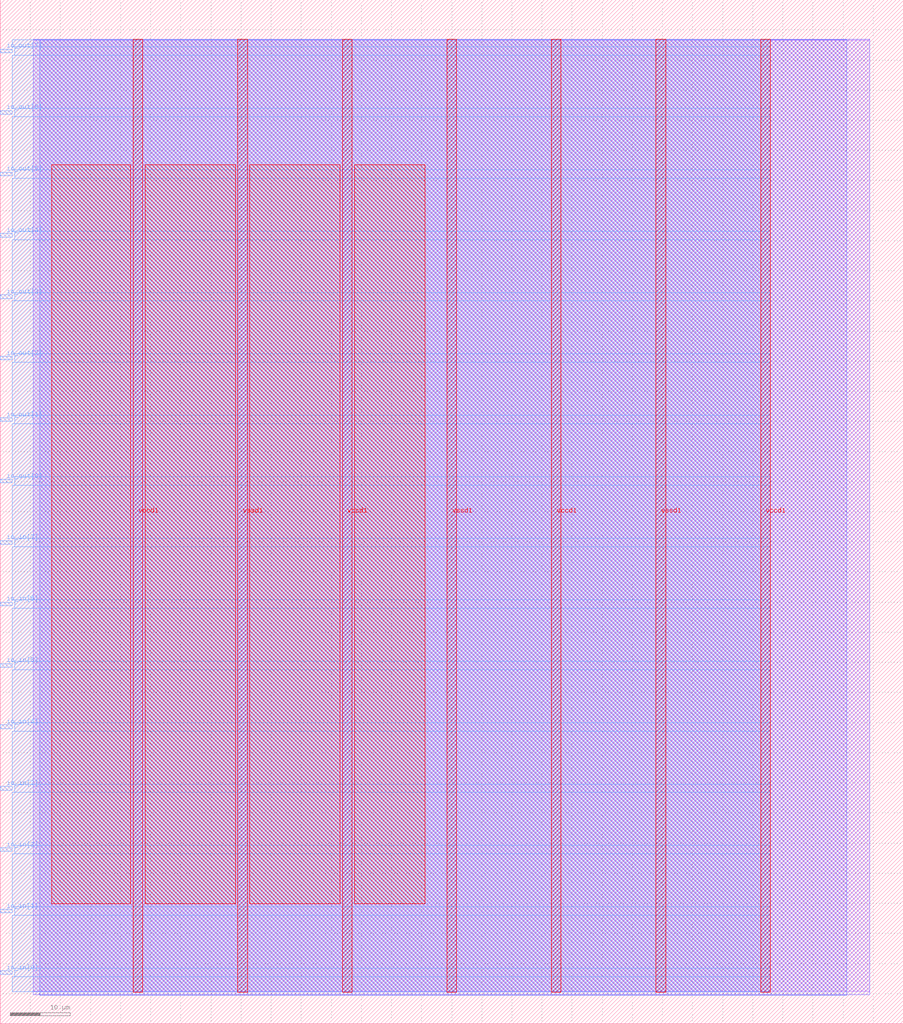
<source format=lef>
VERSION 5.7 ;
  NOWIREEXTENSIONATPIN ON ;
  DIVIDERCHAR "/" ;
  BUSBITCHARS "[]" ;
MACRO tomkeddie_top_tto
  CLASS BLOCK ;
  FOREIGN tomkeddie_top_tto ;
  ORIGIN 0.000 0.000 ;
  SIZE 150.000 BY 170.000 ;
  PIN io_in[0]
    DIRECTION INPUT ;
    USE SIGNAL ;
    PORT
      LAYER met3 ;
        RECT 0.000 8.200 2.000 8.800 ;
    END
  END io_in[0]
  PIN io_in[1]
    DIRECTION INPUT ;
    USE SIGNAL ;
    PORT
      LAYER met3 ;
        RECT 0.000 18.400 2.000 19.000 ;
    END
  END io_in[1]
  PIN io_in[2]
    DIRECTION INPUT ;
    USE SIGNAL ;
    PORT
      LAYER met3 ;
        RECT 0.000 28.600 2.000 29.200 ;
    END
  END io_in[2]
  PIN io_in[3]
    DIRECTION INPUT ;
    USE SIGNAL ;
    PORT
      LAYER met3 ;
        RECT 0.000 38.800 2.000 39.400 ;
    END
  END io_in[3]
  PIN io_in[4]
    DIRECTION INPUT ;
    USE SIGNAL ;
    PORT
      LAYER met3 ;
        RECT 0.000 49.000 2.000 49.600 ;
    END
  END io_in[4]
  PIN io_in[5]
    DIRECTION INPUT ;
    USE SIGNAL ;
    PORT
      LAYER met3 ;
        RECT 0.000 59.200 2.000 59.800 ;
    END
  END io_in[5]
  PIN io_in[6]
    DIRECTION INPUT ;
    USE SIGNAL ;
    PORT
      LAYER met3 ;
        RECT 0.000 69.400 2.000 70.000 ;
    END
  END io_in[6]
  PIN io_in[7]
    DIRECTION INPUT ;
    USE SIGNAL ;
    PORT
      LAYER met3 ;
        RECT 0.000 79.600 2.000 80.200 ;
    END
  END io_in[7]
  PIN io_out[0]
    DIRECTION OUTPUT TRISTATE ;
    USE SIGNAL ;
    PORT
      LAYER met3 ;
        RECT 0.000 89.800 2.000 90.400 ;
    END
  END io_out[0]
  PIN io_out[1]
    DIRECTION OUTPUT TRISTATE ;
    USE SIGNAL ;
    PORT
      LAYER met3 ;
        RECT 0.000 100.000 2.000 100.600 ;
    END
  END io_out[1]
  PIN io_out[2]
    DIRECTION OUTPUT TRISTATE ;
    USE SIGNAL ;
    PORT
      LAYER met3 ;
        RECT 0.000 110.200 2.000 110.800 ;
    END
  END io_out[2]
  PIN io_out[3]
    DIRECTION OUTPUT TRISTATE ;
    USE SIGNAL ;
    PORT
      LAYER met3 ;
        RECT 0.000 120.400 2.000 121.000 ;
    END
  END io_out[3]
  PIN io_out[4]
    DIRECTION OUTPUT TRISTATE ;
    USE SIGNAL ;
    PORT
      LAYER met3 ;
        RECT 0.000 130.600 2.000 131.200 ;
    END
  END io_out[4]
  PIN io_out[5]
    DIRECTION OUTPUT TRISTATE ;
    USE SIGNAL ;
    PORT
      LAYER met3 ;
        RECT 0.000 140.800 2.000 141.400 ;
    END
  END io_out[5]
  PIN io_out[6]
    DIRECTION OUTPUT TRISTATE ;
    USE SIGNAL ;
    PORT
      LAYER met3 ;
        RECT 0.000 151.000 2.000 151.600 ;
    END
  END io_out[6]
  PIN io_out[7]
    DIRECTION OUTPUT TRISTATE ;
    USE SIGNAL ;
    PORT
      LAYER met3 ;
        RECT 0.000 161.200 2.000 161.800 ;
    END
  END io_out[7]
  PIN vccd1
    DIRECTION INOUT ;
    USE POWER ;
    PORT
      LAYER met4 ;
        RECT 22.090 5.200 23.690 163.440 ;
    END
    PORT
      LAYER met4 ;
        RECT 56.830 5.200 58.430 163.440 ;
    END
    PORT
      LAYER met4 ;
        RECT 91.570 5.200 93.170 163.440 ;
    END
    PORT
      LAYER met4 ;
        RECT 126.310 5.200 127.910 163.440 ;
    END
  END vccd1
  PIN vssd1
    DIRECTION INOUT ;
    USE GROUND ;
    PORT
      LAYER met4 ;
        RECT 39.460 5.200 41.060 163.440 ;
    END
    PORT
      LAYER met4 ;
        RECT 74.200 5.200 75.800 163.440 ;
    END
    PORT
      LAYER met4 ;
        RECT 108.940 5.200 110.540 163.440 ;
    END
  END vssd1
  OBS
      LAYER li1 ;
        RECT 5.520 5.355 144.440 163.285 ;
      LAYER met1 ;
        RECT 5.520 4.800 144.440 163.440 ;
      LAYER met2 ;
        RECT 6.530 4.770 140.660 163.385 ;
      LAYER met3 ;
        RECT 2.000 162.200 127.900 163.365 ;
        RECT 2.400 160.800 127.900 162.200 ;
        RECT 2.000 152.000 127.900 160.800 ;
        RECT 2.400 150.600 127.900 152.000 ;
        RECT 2.000 141.800 127.900 150.600 ;
        RECT 2.400 140.400 127.900 141.800 ;
        RECT 2.000 131.600 127.900 140.400 ;
        RECT 2.400 130.200 127.900 131.600 ;
        RECT 2.000 121.400 127.900 130.200 ;
        RECT 2.400 120.000 127.900 121.400 ;
        RECT 2.000 111.200 127.900 120.000 ;
        RECT 2.400 109.800 127.900 111.200 ;
        RECT 2.000 101.000 127.900 109.800 ;
        RECT 2.400 99.600 127.900 101.000 ;
        RECT 2.000 90.800 127.900 99.600 ;
        RECT 2.400 89.400 127.900 90.800 ;
        RECT 2.000 80.600 127.900 89.400 ;
        RECT 2.400 79.200 127.900 80.600 ;
        RECT 2.000 70.400 127.900 79.200 ;
        RECT 2.400 69.000 127.900 70.400 ;
        RECT 2.000 60.200 127.900 69.000 ;
        RECT 2.400 58.800 127.900 60.200 ;
        RECT 2.000 50.000 127.900 58.800 ;
        RECT 2.400 48.600 127.900 50.000 ;
        RECT 2.000 39.800 127.900 48.600 ;
        RECT 2.400 38.400 127.900 39.800 ;
        RECT 2.000 29.600 127.900 38.400 ;
        RECT 2.400 28.200 127.900 29.600 ;
        RECT 2.000 19.400 127.900 28.200 ;
        RECT 2.400 18.000 127.900 19.400 ;
        RECT 2.000 9.200 127.900 18.000 ;
        RECT 2.400 7.800 127.900 9.200 ;
        RECT 2.000 5.275 127.900 7.800 ;
      LAYER met4 ;
        RECT 8.575 19.895 21.690 142.625 ;
        RECT 24.090 19.895 39.060 142.625 ;
        RECT 41.460 19.895 56.430 142.625 ;
        RECT 58.830 19.895 70.545 142.625 ;
  END
END tomkeddie_top_tto
END LIBRARY


</source>
